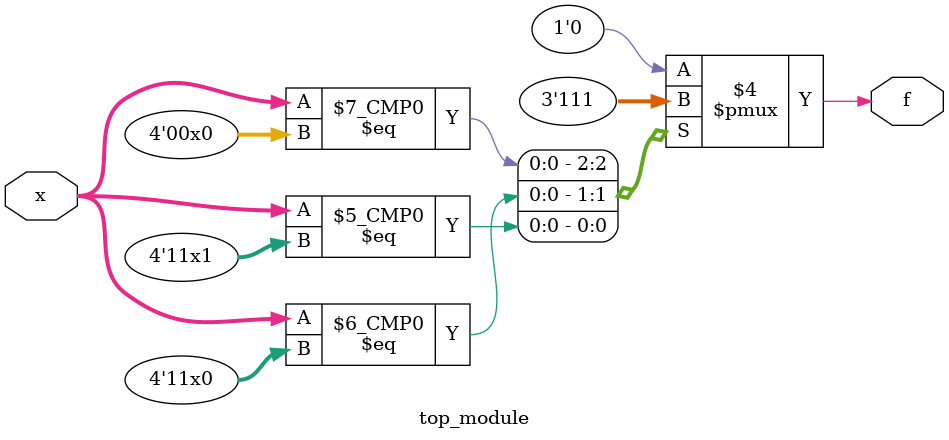
<source format=sv>
module top_module (
	input [4:1] x,
	output logic f
);

// Define the truth table for the function f
always_comb begin
	case (x)
		4'b00x0 : f = 1;    // x[3]=0, x[4]=don't care
		4'b01xx : f = 0;    // x[3]=1, x[4]=don't care
		4'b11x0 : f = 1;    // x[3]=don't care, x[4]=0
		4'b11x1 : f = 1;    // x[3]=don't care, x[4]=1
		4'b1xxx : f = 0;    // x[3]=don't care, x[4]=don't care
		4'b10x1 : f = 1;    // x[3]=1, x[4]=don't care
		default : f = 0;    // All other cases
	endcase
end

endmodule

</source>
